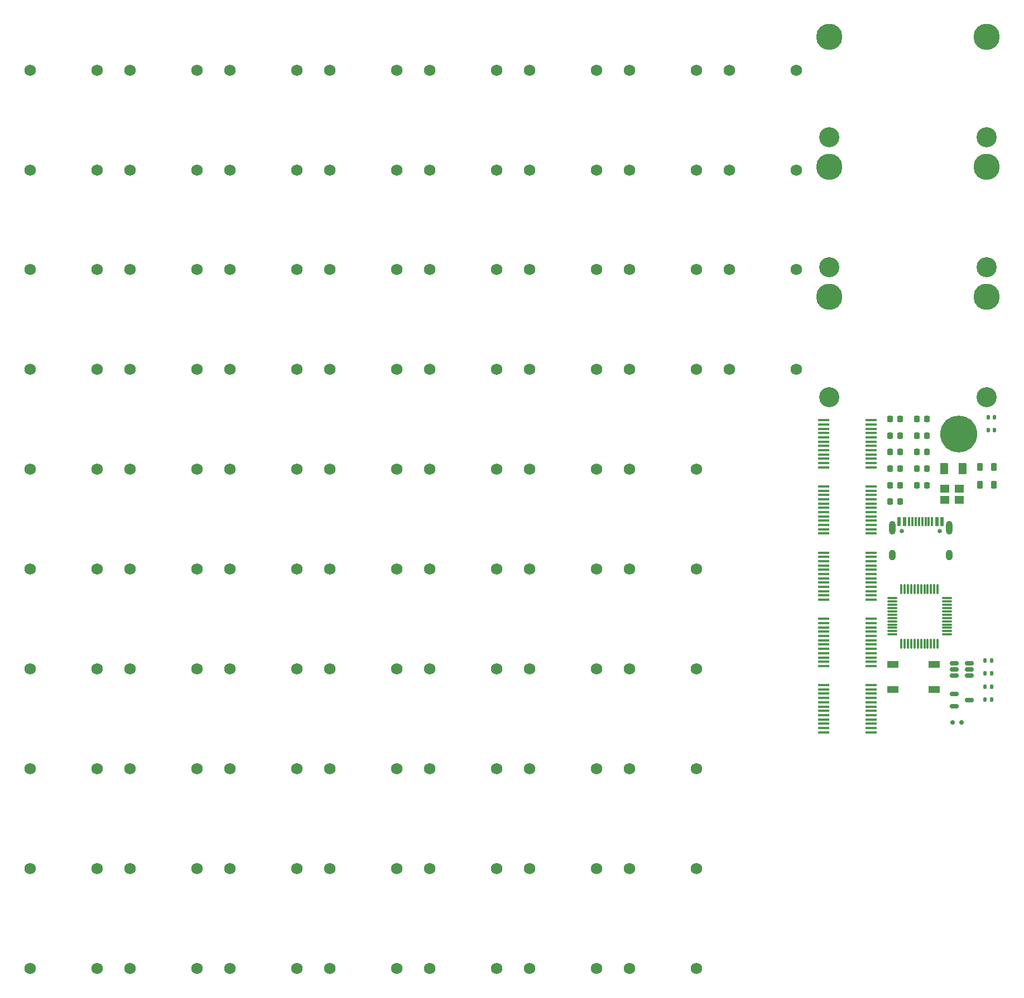
<source format=gbr>
%TF.GenerationSoftware,KiCad,Pcbnew,8.0.7*%
%TF.CreationDate,2024-12-29T17:24:51-05:00*%
%TF.ProjectId,HE75,48453735-2e6b-4696-9361-645f70636258,2.0.0*%
%TF.SameCoordinates,Original*%
%TF.FileFunction,Soldermask,Top*%
%TF.FilePolarity,Negative*%
%FSLAX46Y46*%
G04 Gerber Fmt 4.6, Leading zero omitted, Abs format (unit mm)*
G04 Created by KiCad (PCBNEW 8.0.7) date 2024-12-29 17:24:51*
%MOMM*%
%LPD*%
G01*
G04 APERTURE LIST*
G04 Aperture macros list*
%AMRoundRect*
0 Rectangle with rounded corners*
0 $1 Rounding radius*
0 $2 $3 $4 $5 $6 $7 $8 $9 X,Y pos of 4 corners*
0 Add a 4 corners polygon primitive as box body*
4,1,4,$2,$3,$4,$5,$6,$7,$8,$9,$2,$3,0*
0 Add four circle primitives for the rounded corners*
1,1,$1+$1,$2,$3*
1,1,$1+$1,$4,$5*
1,1,$1+$1,$6,$7*
1,1,$1+$1,$8,$9*
0 Add four rect primitives between the rounded corners*
20,1,$1+$1,$2,$3,$4,$5,0*
20,1,$1+$1,$4,$5,$6,$7,0*
20,1,$1+$1,$6,$7,$8,$9,0*
20,1,$1+$1,$8,$9,$2,$3,0*%
G04 Aperture macros list end*
%ADD10R,1.400000X1.200000*%
%ADD11C,1.750000*%
%ADD12R,1.750000X0.450000*%
%ADD13RoundRect,0.150000X-0.512500X-0.150000X0.512500X-0.150000X0.512500X0.150000X-0.512500X0.150000X0*%
%ADD14RoundRect,0.075000X-0.662500X-0.075000X0.662500X-0.075000X0.662500X0.075000X-0.662500X0.075000X0*%
%ADD15RoundRect,0.075000X-0.075000X-0.662500X0.075000X-0.662500X0.075000X0.662500X-0.075000X0.662500X0*%
%ADD16R,1.700000X1.000000*%
%ADD17C,3.987800*%
%ADD18C,3.048000*%
%ADD19RoundRect,0.135000X-0.135000X-0.185000X0.135000X-0.185000X0.135000X0.185000X-0.135000X0.185000X0*%
%ADD20C,0.650000*%
%ADD21R,0.600000X1.450000*%
%ADD22R,0.300000X1.450000*%
%ADD23O,1.000000X2.100000*%
%ADD24O,1.000000X1.600000*%
%ADD25C,3.600000*%
%ADD26C,5.600000*%
%ADD27RoundRect,0.218750X-0.218750X-0.381250X0.218750X-0.381250X0.218750X0.381250X-0.218750X0.381250X0*%
%ADD28RoundRect,0.250000X-0.375000X-0.625000X0.375000X-0.625000X0.375000X0.625000X-0.375000X0.625000X0*%
%ADD29RoundRect,0.150000X0.150000X0.200000X-0.150000X0.200000X-0.150000X-0.200000X0.150000X-0.200000X0*%
%ADD30RoundRect,0.140000X-0.140000X-0.170000X0.140000X-0.170000X0.140000X0.170000X-0.140000X0.170000X0*%
%ADD31RoundRect,0.225000X-0.225000X-0.250000X0.225000X-0.250000X0.225000X0.250000X-0.225000X0.250000X0*%
G04 APERTURE END LIST*
D10*
%TO.C,Y1*%
X158962446Y92554971D03*
X161162446Y92554971D03*
X161162446Y94254971D03*
X158962446Y94254971D03*
%TD*%
D11*
%TO.C,U82*%
X126212446Y112314971D03*
X136372446Y112314971D03*
%TD*%
%TO.C,U81*%
X126212446Y127464971D03*
X136372446Y127464971D03*
%TD*%
%TO.C,U80*%
X126212446Y142614971D03*
X136372446Y142614971D03*
%TD*%
%TO.C,U79*%
X126212446Y157764971D03*
X136372446Y157764971D03*
%TD*%
%TO.C,U78*%
X111062446Y21414971D03*
X121222446Y21414971D03*
%TD*%
%TO.C,U77*%
X111062446Y36564971D03*
X121222446Y36564971D03*
%TD*%
%TO.C,U76*%
X111062446Y51714971D03*
X121222446Y51714971D03*
%TD*%
%TO.C,U75*%
X111062446Y66864971D03*
X121222446Y66864971D03*
%TD*%
%TO.C,U74*%
X111062446Y82014971D03*
X121222446Y82014971D03*
%TD*%
%TO.C,U73*%
X111062446Y97164971D03*
X121222446Y97164971D03*
%TD*%
%TO.C,U72*%
X111062446Y112314971D03*
X121222446Y112314971D03*
%TD*%
%TO.C,U71*%
X111062446Y127464971D03*
X121222446Y127464971D03*
%TD*%
%TO.C,U70*%
X111062446Y142614971D03*
X121222446Y142614971D03*
%TD*%
%TO.C,U69*%
X111062446Y157764971D03*
X121222446Y157764971D03*
%TD*%
%TO.C,U68*%
X95912446Y21414971D03*
X106072446Y21414971D03*
%TD*%
%TO.C,U67*%
X95912446Y36564971D03*
X106072446Y36564971D03*
%TD*%
%TO.C,U66*%
X95912446Y51714971D03*
X106072446Y51714971D03*
%TD*%
%TO.C,U65*%
X95912446Y66864971D03*
X106072446Y66864971D03*
%TD*%
%TO.C,U64*%
X95912446Y82014971D03*
X106072446Y82014971D03*
%TD*%
%TO.C,U63*%
X95912446Y97164971D03*
X106072446Y97164971D03*
%TD*%
%TO.C,U62*%
X95912446Y112314971D03*
X106072446Y112314971D03*
%TD*%
%TO.C,U61*%
X95912446Y127464971D03*
X106072446Y127464971D03*
%TD*%
%TO.C,U60*%
X95912446Y142614971D03*
X106072446Y142614971D03*
%TD*%
%TO.C,U59*%
X95912446Y157764971D03*
X106072446Y157764971D03*
%TD*%
%TO.C,U58*%
X80762446Y21414971D03*
X90922446Y21414971D03*
%TD*%
%TO.C,U57*%
X80762446Y36564971D03*
X90922446Y36564971D03*
%TD*%
%TO.C,U56*%
X80762446Y51714971D03*
X90922446Y51714971D03*
%TD*%
%TO.C,U55*%
X80762446Y66864971D03*
X90922446Y66864971D03*
%TD*%
%TO.C,U54*%
X80762446Y82014971D03*
X90922446Y82014971D03*
%TD*%
%TO.C,U53*%
X80762446Y97164971D03*
X90922446Y97164971D03*
%TD*%
%TO.C,U52*%
X80762446Y112314971D03*
X90922446Y112314971D03*
%TD*%
%TO.C,U51*%
X80762446Y127464971D03*
X90922446Y127464971D03*
%TD*%
%TO.C,U50*%
X80762446Y142614971D03*
X90922446Y142614971D03*
%TD*%
%TO.C,U49*%
X80762446Y157764971D03*
X90922446Y157764971D03*
%TD*%
%TO.C,U48*%
X65612446Y21414971D03*
X75772446Y21414971D03*
%TD*%
%TO.C,U47*%
X65612446Y36564971D03*
X75772446Y36564971D03*
%TD*%
%TO.C,U46*%
X65612446Y51714971D03*
X75772446Y51714971D03*
%TD*%
%TO.C,U45*%
X65612446Y66864971D03*
X75772446Y66864971D03*
%TD*%
%TO.C,U44*%
X65612446Y82014971D03*
X75772446Y82014971D03*
%TD*%
%TO.C,U43*%
X65612446Y97164971D03*
X75772446Y97164971D03*
%TD*%
%TO.C,U42*%
X65612446Y112314971D03*
X75772446Y112314971D03*
%TD*%
%TO.C,U41*%
X65612446Y127464971D03*
X75772446Y127464971D03*
%TD*%
%TO.C,U40*%
X65612446Y142614971D03*
X75772446Y142614971D03*
%TD*%
%TO.C,U39*%
X65612446Y157764971D03*
X75772446Y157764971D03*
%TD*%
%TO.C,U38*%
X50462446Y21414971D03*
X60622446Y21414971D03*
%TD*%
%TO.C,U37*%
X50462446Y36564971D03*
X60622446Y36564971D03*
%TD*%
%TO.C,U36*%
X50462446Y51714971D03*
X60622446Y51714971D03*
%TD*%
%TO.C,U35*%
X50462446Y66864971D03*
X60622446Y66864971D03*
%TD*%
%TO.C,U34*%
X50462446Y82014971D03*
X60622446Y82014971D03*
%TD*%
%TO.C,U33*%
X50462446Y97164971D03*
X60622446Y97164971D03*
%TD*%
%TO.C,U32*%
X50462446Y112314971D03*
X60622446Y112314971D03*
%TD*%
%TO.C,U31*%
X50462446Y127464971D03*
X60622446Y127464971D03*
%TD*%
%TO.C,U30*%
X50462446Y142614971D03*
X60622446Y142614971D03*
%TD*%
%TO.C,U29*%
X50462446Y157764971D03*
X60622446Y157764971D03*
%TD*%
%TO.C,U28*%
X35312446Y21414971D03*
X45472446Y21414971D03*
%TD*%
%TO.C,U27*%
X35312446Y36564971D03*
X45472446Y36564971D03*
%TD*%
%TO.C,U26*%
X35312446Y51714971D03*
X45472446Y51714971D03*
%TD*%
%TO.C,U25*%
X35312446Y66864971D03*
X45472446Y66864971D03*
%TD*%
%TO.C,U24*%
X35312446Y82014971D03*
X45472446Y82014971D03*
%TD*%
%TO.C,U23*%
X35312446Y97164971D03*
X45472446Y97164971D03*
%TD*%
%TO.C,U22*%
X35312446Y112314971D03*
X45472446Y112314971D03*
%TD*%
%TO.C,U21*%
X35312446Y127464971D03*
X45472446Y127464971D03*
%TD*%
%TO.C,U20*%
X35312446Y142614971D03*
X45472446Y142614971D03*
%TD*%
%TO.C,U19*%
X35312446Y157764971D03*
X45472446Y157764971D03*
%TD*%
%TO.C,U18*%
X20162446Y21414971D03*
X30322446Y21414971D03*
%TD*%
%TO.C,U17*%
X20162446Y36564971D03*
X30322446Y36564971D03*
%TD*%
%TO.C,U16*%
X20162446Y51714971D03*
X30322446Y51714971D03*
%TD*%
%TO.C,U15*%
X20162446Y66864971D03*
X30322446Y66864971D03*
%TD*%
%TO.C,U14*%
X20162446Y82014971D03*
X30322446Y82014971D03*
%TD*%
%TO.C,U13*%
X20162446Y97164971D03*
X30322446Y97164971D03*
%TD*%
%TO.C,U12*%
X20162446Y112314971D03*
X30322446Y112314971D03*
%TD*%
%TO.C,U11*%
X20162446Y127464971D03*
X30322446Y127464971D03*
%TD*%
%TO.C,U10*%
X20162446Y142614971D03*
X30322446Y142614971D03*
%TD*%
%TO.C,U9*%
X20162446Y157764971D03*
X30322446Y157764971D03*
%TD*%
D12*
%TO.C,U8*%
X140542446Y64419971D03*
X140542446Y63769971D03*
X140542446Y63119971D03*
X140542446Y62469971D03*
X140542446Y61819971D03*
X140542446Y61169971D03*
X140542446Y60519971D03*
X140542446Y59869971D03*
X140542446Y59219971D03*
X140542446Y58569971D03*
X140542446Y57919971D03*
X140542446Y57269971D03*
X147742446Y57269971D03*
X147742446Y57919971D03*
X147742446Y58569971D03*
X147742446Y59219971D03*
X147742446Y59869971D03*
X147742446Y60519971D03*
X147742446Y61169971D03*
X147742446Y61819971D03*
X147742446Y62469971D03*
X147742446Y63119971D03*
X147742446Y63769971D03*
X147742446Y64419971D03*
%TD*%
%TO.C,U7*%
X140542446Y74469971D03*
X140542446Y73819971D03*
X140542446Y73169971D03*
X140542446Y72519971D03*
X140542446Y71869971D03*
X140542446Y71219971D03*
X140542446Y70569971D03*
X140542446Y69919971D03*
X140542446Y69269971D03*
X140542446Y68619971D03*
X140542446Y67969971D03*
X140542446Y67319971D03*
X147742446Y67319971D03*
X147742446Y67969971D03*
X147742446Y68619971D03*
X147742446Y69269971D03*
X147742446Y69919971D03*
X147742446Y70569971D03*
X147742446Y71219971D03*
X147742446Y71869971D03*
X147742446Y72519971D03*
X147742446Y73169971D03*
X147742446Y73819971D03*
X147742446Y74469971D03*
%TD*%
%TO.C,U6*%
X140542446Y84519971D03*
X140542446Y83869971D03*
X140542446Y83219971D03*
X140542446Y82569971D03*
X140542446Y81919971D03*
X140542446Y81269971D03*
X140542446Y80619971D03*
X140542446Y79969971D03*
X140542446Y79319971D03*
X140542446Y78669971D03*
X140542446Y78019971D03*
X140542446Y77369971D03*
X147742446Y77369971D03*
X147742446Y78019971D03*
X147742446Y78669971D03*
X147742446Y79319971D03*
X147742446Y79969971D03*
X147742446Y80619971D03*
X147742446Y81269971D03*
X147742446Y81919971D03*
X147742446Y82569971D03*
X147742446Y83219971D03*
X147742446Y83869971D03*
X147742446Y84519971D03*
%TD*%
%TO.C,U5*%
X140542446Y94569971D03*
X140542446Y93919971D03*
X140542446Y93269971D03*
X140542446Y92619971D03*
X140542446Y91969971D03*
X140542446Y91319971D03*
X140542446Y90669971D03*
X140542446Y90019971D03*
X140542446Y89369971D03*
X140542446Y88719971D03*
X140542446Y88069971D03*
X140542446Y87419971D03*
X147742446Y87419971D03*
X147742446Y88069971D03*
X147742446Y88719971D03*
X147742446Y89369971D03*
X147742446Y90019971D03*
X147742446Y90669971D03*
X147742446Y91319971D03*
X147742446Y91969971D03*
X147742446Y92619971D03*
X147742446Y93269971D03*
X147742446Y93919971D03*
X147742446Y94569971D03*
%TD*%
%TO.C,U4*%
X140542446Y104619971D03*
X140542446Y103969971D03*
X140542446Y103319971D03*
X140542446Y102669971D03*
X140542446Y102019971D03*
X140542446Y101369971D03*
X140542446Y100719971D03*
X140542446Y100069971D03*
X140542446Y99419971D03*
X140542446Y98769971D03*
X140542446Y98119971D03*
X140542446Y97469971D03*
X147742446Y97469971D03*
X147742446Y98119971D03*
X147742446Y98769971D03*
X147742446Y99419971D03*
X147742446Y100069971D03*
X147742446Y100719971D03*
X147742446Y101369971D03*
X147742446Y102019971D03*
X147742446Y102669971D03*
X147742446Y103319971D03*
X147742446Y103969971D03*
X147742446Y104619971D03*
%TD*%
D13*
%TO.C,U3*%
X160404946Y63114971D03*
X160404946Y61214971D03*
X162679946Y62164971D03*
%TD*%
%TO.C,U2*%
X160404946Y67739971D03*
X160404946Y66789971D03*
X160404946Y65839971D03*
X162679946Y65839971D03*
X162679946Y66789971D03*
X162679946Y67739971D03*
%TD*%
D14*
%TO.C,U1*%
X150929946Y77614971D03*
X150929946Y77114971D03*
X150929946Y76614971D03*
X150929946Y76114971D03*
X150929946Y75614971D03*
X150929946Y75114971D03*
X150929946Y74614971D03*
X150929946Y74114971D03*
X150929946Y73614971D03*
X150929946Y73114971D03*
X150929946Y72614971D03*
X150929946Y72114971D03*
D15*
X152342446Y70702471D03*
X152842446Y70702471D03*
X153342446Y70702471D03*
X153842446Y70702471D03*
X154342446Y70702471D03*
X154842446Y70702471D03*
X155342446Y70702471D03*
X155842446Y70702471D03*
X156342446Y70702471D03*
X156842446Y70702471D03*
X157342446Y70702471D03*
X157842446Y70702471D03*
D14*
X159254946Y72114971D03*
X159254946Y72614971D03*
X159254946Y73114971D03*
X159254946Y73614971D03*
X159254946Y74114971D03*
X159254946Y74614971D03*
X159254946Y75114971D03*
X159254946Y75614971D03*
X159254946Y76114971D03*
X159254946Y76614971D03*
X159254946Y77114971D03*
X159254946Y77614971D03*
D15*
X157842446Y79027471D03*
X157342446Y79027471D03*
X156842446Y79027471D03*
X156342446Y79027471D03*
X155842446Y79027471D03*
X155342446Y79027471D03*
X154842446Y79027471D03*
X154342446Y79027471D03*
X153842446Y79027471D03*
X153342446Y79027471D03*
X152842446Y79027471D03*
X152342446Y79027471D03*
%TD*%
D16*
%TO.C,SW1*%
X151042446Y67564971D03*
X157342446Y67564971D03*
X151042446Y63764971D03*
X157342446Y63764971D03*
%TD*%
D17*
%TO.C,Stabilizer3*%
X141361346Y123330271D03*
D18*
X141361346Y108090271D03*
D17*
X165237346Y123330271D03*
D18*
X165237346Y108090271D03*
%TD*%
D17*
%TO.C,Stabilizer2*%
X141361346Y143088171D03*
D18*
X141361346Y127848171D03*
D17*
X165237346Y143088171D03*
D18*
X165237346Y127848171D03*
%TD*%
D17*
%TO.C,Stabilizer1*%
X141361346Y162846071D03*
D18*
X141361346Y147606071D03*
D17*
X165237346Y162846071D03*
D18*
X165237346Y147606071D03*
%TD*%
D19*
%TO.C,R4*%
X165062446Y62224971D03*
X166082446Y62224971D03*
%TD*%
%TO.C,R3*%
X165062446Y64214971D03*
X166082446Y64214971D03*
%TD*%
%TO.C,R2*%
X165062446Y66204971D03*
X166082446Y66204971D03*
%TD*%
%TO.C,R1*%
X165062446Y68194971D03*
X166082446Y68194971D03*
%TD*%
D20*
%TO.C,J1*%
X152372446Y87814971D03*
X158152446Y87814971D03*
D21*
X152012446Y89259971D03*
X152812446Y89259971D03*
D22*
X154012446Y89259971D03*
X155012446Y89259971D03*
X155512446Y89259971D03*
X156512446Y89259971D03*
D21*
X157712446Y89259971D03*
X158512446Y89259971D03*
X158512446Y89259971D03*
X157712446Y89259971D03*
D22*
X157012446Y89259971D03*
X156012446Y89259971D03*
X154512446Y89259971D03*
X153512446Y89259971D03*
D21*
X152812446Y89259971D03*
X152012446Y89259971D03*
D23*
X150942446Y88344971D03*
D24*
X150942446Y84164971D03*
D23*
X159582446Y88344971D03*
D24*
X159582446Y84164971D03*
%TD*%
D25*
%TO.C,H1*%
X161012446Y102494971D03*
D26*
X161012446Y102494971D03*
%TD*%
D27*
%TO.C,FB2*%
X164259946Y94794971D03*
X166384946Y94794971D03*
%TD*%
%TO.C,FB1*%
X164259946Y97544971D03*
X166384946Y97544971D03*
%TD*%
D28*
%TO.C,F1*%
X158842446Y97274971D03*
X161642446Y97274971D03*
%TD*%
D29*
%TO.C,D1*%
X160087446Y58714971D03*
X161487446Y58714971D03*
%TD*%
D30*
%TO.C,C13*%
X165542446Y103114971D03*
X166502446Y103114971D03*
%TD*%
%TO.C,C12*%
X165542446Y105084971D03*
X166502446Y105084971D03*
%TD*%
D31*
%TO.C,C11*%
X154657446Y94774971D03*
X156207446Y94774971D03*
%TD*%
%TO.C,C10*%
X154657446Y97284971D03*
X156207446Y97284971D03*
%TD*%
%TO.C,C9*%
X154657446Y99794971D03*
X156207446Y99794971D03*
%TD*%
%TO.C,C8*%
X154657446Y102304971D03*
X156207446Y102304971D03*
%TD*%
%TO.C,C7*%
X154657446Y104814971D03*
X156207446Y104814971D03*
%TD*%
%TO.C,C6*%
X150647446Y92264971D03*
X152197446Y92264971D03*
%TD*%
%TO.C,C5*%
X150647446Y94774971D03*
X152197446Y94774971D03*
%TD*%
%TO.C,C4*%
X150647446Y97284971D03*
X152197446Y97284971D03*
%TD*%
%TO.C,C3*%
X150647446Y99794971D03*
X152197446Y99794971D03*
%TD*%
%TO.C,C2*%
X150647446Y102304971D03*
X152197446Y102304971D03*
%TD*%
%TO.C,C1*%
X150647446Y104814971D03*
X152197446Y104814971D03*
%TD*%
M02*

</source>
